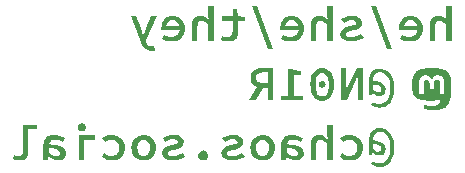
<source format=gbr>
%TF.GenerationSoftware,KiCad,Pcbnew,9.0.4*%
%TF.CreationDate,2025-11-23T20:37:17+01:00*%
%TF.ProjectId,Bina_Badge,42696e61-5f42-4616-9467-652e6b696361,rev?*%
%TF.SameCoordinates,Original*%
%TF.FileFunction,Legend,Bot*%
%TF.FilePolarity,Positive*%
%FSLAX46Y46*%
G04 Gerber Fmt 4.6, Leading zero omitted, Abs format (unit mm)*
G04 Created by KiCad (PCBNEW 9.0.4) date 2025-11-23 20:37:17*
%MOMM*%
%LPD*%
G01*
G04 APERTURE LIST*
%ADD10C,0.000000*%
%ADD11C,0.300000*%
G04 APERTURE END LIST*
D10*
G36*
X142406317Y-80102460D02*
G01*
X142397015Y-80281308D01*
X142381649Y-80457111D01*
X142358760Y-80628216D01*
X142326891Y-80792972D01*
X142284582Y-80949730D01*
X142230375Y-81096836D01*
X142198354Y-81166254D01*
X142162812Y-81232641D01*
X142123567Y-81295789D01*
X142080435Y-81355493D01*
X142033235Y-81411546D01*
X141981785Y-81463742D01*
X141925902Y-81511874D01*
X141865403Y-81555735D01*
X141800107Y-81595121D01*
X141729832Y-81629823D01*
X141654394Y-81659636D01*
X141573612Y-81684354D01*
X141513854Y-81699506D01*
X141455169Y-81713147D01*
X141341071Y-81736109D01*
X141231418Y-81753657D01*
X141126314Y-81766209D01*
X141025861Y-81774186D01*
X140930161Y-81778004D01*
X140839317Y-81778083D01*
X140753430Y-81774841D01*
X140679897Y-81769565D01*
X140610585Y-81762287D01*
X140545565Y-81753330D01*
X140484911Y-81743017D01*
X140428694Y-81731672D01*
X140376987Y-81719617D01*
X140329861Y-81707176D01*
X140287390Y-81694673D01*
X140216698Y-81670770D01*
X140165489Y-81650495D01*
X140123828Y-81631172D01*
X140137322Y-81338279D01*
X140187416Y-81352256D01*
X140245595Y-81366365D01*
X140281674Y-81374219D01*
X140321918Y-81382233D01*
X140365958Y-81390125D01*
X140413425Y-81397616D01*
X140463948Y-81404426D01*
X140517157Y-81410274D01*
X140572683Y-81414881D01*
X140630156Y-81417965D01*
X140689205Y-81419248D01*
X140749462Y-81418448D01*
X140869964Y-81412988D01*
X140929715Y-81408503D01*
X140988542Y-81402151D01*
X141045999Y-81393408D01*
X141101646Y-81381752D01*
X141155037Y-81366659D01*
X141205729Y-81347605D01*
X141229924Y-81336430D01*
X141253279Y-81324069D01*
X141275737Y-81310455D01*
X141297244Y-81295525D01*
X141317743Y-81279212D01*
X141337179Y-81261451D01*
X141355497Y-81242177D01*
X141372642Y-81221325D01*
X141388558Y-81198828D01*
X141403189Y-81174622D01*
X141416481Y-81148641D01*
X141428377Y-81120819D01*
X141438822Y-81091092D01*
X141447761Y-81059394D01*
X141455139Y-81025659D01*
X141460900Y-80989823D01*
X141462612Y-80976095D01*
X141464091Y-80962343D01*
X141465336Y-80948570D01*
X141466347Y-80934779D01*
X141467123Y-80920972D01*
X141467665Y-80907153D01*
X141467972Y-80893326D01*
X141468043Y-80879492D01*
X141341853Y-80907637D01*
X141218477Y-80930188D01*
X141098385Y-80947635D01*
X140982044Y-80960466D01*
X140869924Y-80969173D01*
X140762494Y-80974244D01*
X140660221Y-80976168D01*
X140563575Y-80975436D01*
X140389039Y-80967959D01*
X140242634Y-80955729D01*
X140049215Y-80932673D01*
X139966435Y-80920166D01*
X139885413Y-80902828D01*
X139806562Y-80881018D01*
X139730293Y-80855096D01*
X139657017Y-80825421D01*
X139587147Y-80792351D01*
X139521094Y-80756247D01*
X139459271Y-80717467D01*
X139402087Y-80676372D01*
X139349956Y-80633319D01*
X139303290Y-80588669D01*
X139262499Y-80542780D01*
X139227995Y-80496013D01*
X139200191Y-80448726D01*
X139188930Y-80425000D01*
X139179498Y-80401278D01*
X139171946Y-80377606D01*
X139166327Y-80354029D01*
X139152706Y-80278057D01*
X139140924Y-80199099D01*
X139122349Y-80036579D01*
X139109540Y-79875175D01*
X139101438Y-79723593D01*
X139100170Y-79675692D01*
X139687281Y-79675692D01*
X139687668Y-79788216D01*
X139689870Y-80054490D01*
X139691313Y-80383318D01*
X139691155Y-80383398D01*
X140061280Y-80383398D01*
X140061280Y-79476935D01*
X140062738Y-79441066D01*
X140066985Y-79407438D01*
X140073838Y-79376070D01*
X140083108Y-79346980D01*
X140094612Y-79320187D01*
X140108161Y-79295708D01*
X140123571Y-79273562D01*
X140140655Y-79253767D01*
X140159228Y-79236342D01*
X140179103Y-79221305D01*
X140200094Y-79208675D01*
X140222015Y-79198468D01*
X140244680Y-79190705D01*
X140267903Y-79185403D01*
X140291499Y-79182580D01*
X140315280Y-79182255D01*
X140339062Y-79184447D01*
X140362657Y-79189172D01*
X140385881Y-79196451D01*
X140408546Y-79206300D01*
X140430467Y-79218739D01*
X140451458Y-79233786D01*
X140471333Y-79251459D01*
X140489905Y-79271775D01*
X140506989Y-79294755D01*
X140522399Y-79320416D01*
X140535949Y-79348775D01*
X140547452Y-79379853D01*
X140556723Y-79413666D01*
X140563575Y-79450233D01*
X140567823Y-79489573D01*
X140569280Y-79531704D01*
X140569280Y-80027798D01*
X140937025Y-80027798D01*
X140937025Y-79531624D01*
X140938482Y-79489494D01*
X140942730Y-79450154D01*
X140949582Y-79413586D01*
X140958853Y-79379773D01*
X140970356Y-79348696D01*
X140983905Y-79320336D01*
X140999315Y-79294676D01*
X141016400Y-79271696D01*
X141034972Y-79251379D01*
X141054847Y-79233707D01*
X141075838Y-79218660D01*
X141097759Y-79206221D01*
X141120424Y-79196371D01*
X141143648Y-79189093D01*
X141167243Y-79184367D01*
X141191025Y-79182176D01*
X141214806Y-79182501D01*
X141238402Y-79185323D01*
X141261625Y-79190626D01*
X141284290Y-79198389D01*
X141306211Y-79208595D01*
X141327202Y-79221226D01*
X141347077Y-79236263D01*
X141365650Y-79253688D01*
X141382734Y-79273482D01*
X141398144Y-79295628D01*
X141411693Y-79320107D01*
X141423196Y-79346901D01*
X141432467Y-79375991D01*
X141439319Y-79407359D01*
X141443567Y-79440987D01*
X141445025Y-79476856D01*
X141445025Y-80383318D01*
X141815944Y-80383318D01*
X141819465Y-79787658D01*
X141819121Y-79574623D01*
X141813156Y-79406013D01*
X141807077Y-79335531D01*
X141798406Y-79272750D01*
X141786749Y-79216537D01*
X141771708Y-79165755D01*
X141752890Y-79119271D01*
X141729899Y-79075950D01*
X141702339Y-79034656D01*
X141669815Y-78994256D01*
X141649904Y-78973381D01*
X141628774Y-78953779D01*
X141606509Y-78935467D01*
X141583194Y-78918462D01*
X141558913Y-78902781D01*
X141533749Y-78888442D01*
X141507787Y-78875462D01*
X141481112Y-78863857D01*
X141453806Y-78853646D01*
X141425956Y-78844844D01*
X141397644Y-78837470D01*
X141368955Y-78831540D01*
X141339974Y-78827072D01*
X141310783Y-78824082D01*
X141281469Y-78822588D01*
X141252114Y-78822607D01*
X141222802Y-78824156D01*
X141193620Y-78827253D01*
X141164649Y-78831914D01*
X141135975Y-78838157D01*
X141107682Y-78845998D01*
X141079853Y-78855455D01*
X141052574Y-78866545D01*
X141025928Y-78879286D01*
X141000000Y-78893694D01*
X140974873Y-78909786D01*
X140950632Y-78927580D01*
X140927362Y-78947093D01*
X140905145Y-78968341D01*
X140884067Y-78991343D01*
X140864212Y-79016115D01*
X140845664Y-79042674D01*
X140753589Y-79197456D01*
X140661514Y-79042674D01*
X140642891Y-79015980D01*
X140622963Y-78991099D01*
X140601813Y-78968013D01*
X140579526Y-78946702D01*
X140556187Y-78927148D01*
X140531881Y-78909333D01*
X140506691Y-78893236D01*
X140480703Y-78878839D01*
X140454000Y-78866124D01*
X140426669Y-78855072D01*
X140398793Y-78845662D01*
X140370456Y-78837878D01*
X140341744Y-78831699D01*
X140312741Y-78827107D01*
X140283532Y-78824082D01*
X140254201Y-78822607D01*
X140224833Y-78822662D01*
X140195512Y-78824228D01*
X140166323Y-78827287D01*
X140137350Y-78831819D01*
X140108679Y-78837806D01*
X140080394Y-78845228D01*
X140052579Y-78854067D01*
X140025318Y-78864304D01*
X139998697Y-78875920D01*
X139972801Y-78888896D01*
X139947713Y-78903213D01*
X139923518Y-78918852D01*
X139900301Y-78935795D01*
X139878147Y-78954023D01*
X139857139Y-78973516D01*
X139837363Y-78994256D01*
X139820386Y-79014557D01*
X139804709Y-79034927D01*
X139790282Y-79055506D01*
X139777054Y-79076438D01*
X139764977Y-79097865D01*
X139754000Y-79119929D01*
X139744073Y-79142772D01*
X139735147Y-79166537D01*
X139727171Y-79191365D01*
X139720096Y-79217400D01*
X139713871Y-79244783D01*
X139708448Y-79273657D01*
X139703775Y-79304164D01*
X139699804Y-79336447D01*
X139693764Y-79406906D01*
X139689930Y-79486175D01*
X139687902Y-79575391D01*
X139687281Y-79675692D01*
X139100170Y-79675692D01*
X139095113Y-79484724D01*
X139094890Y-79389623D01*
X139096340Y-79318880D01*
X139100569Y-79251274D01*
X139107390Y-79186746D01*
X139116619Y-79125239D01*
X139128070Y-79066692D01*
X139141558Y-79011049D01*
X139156898Y-78958251D01*
X139173905Y-78908238D01*
X139192393Y-78860953D01*
X139212178Y-78816338D01*
X139233074Y-78774333D01*
X139254896Y-78734881D01*
X139300576Y-78663401D01*
X139347739Y-78601429D01*
X139394901Y-78548498D01*
X139440582Y-78504142D01*
X139483299Y-78467892D01*
X139521572Y-78439281D01*
X139578858Y-78403106D01*
X139600588Y-78391879D01*
X139702862Y-78351861D01*
X139821980Y-78317228D01*
X139955528Y-78287968D01*
X140101092Y-78264073D01*
X140256257Y-78245530D01*
X140418608Y-78232330D01*
X140585733Y-78224463D01*
X140755216Y-78221917D01*
X140924643Y-78224683D01*
X141091600Y-78232749D01*
X141253673Y-78246106D01*
X141408448Y-78264742D01*
X141553509Y-78288649D01*
X141686443Y-78317814D01*
X141804836Y-78352227D01*
X141906273Y-78391879D01*
X141928005Y-78403106D01*
X141952948Y-78417841D01*
X141985300Y-78439281D01*
X142023579Y-78467892D01*
X142066304Y-78504142D01*
X142088870Y-78525278D01*
X142111992Y-78548498D01*
X142135484Y-78573863D01*
X142159161Y-78601429D01*
X142182839Y-78631255D01*
X142206331Y-78663401D01*
X142229453Y-78697923D01*
X142252019Y-78734881D01*
X142273844Y-78774333D01*
X142294743Y-78816338D01*
X142314531Y-78860953D01*
X142333022Y-78908238D01*
X142350032Y-78958251D01*
X142365374Y-79011049D01*
X142378865Y-79066692D01*
X142390318Y-79125239D01*
X142399548Y-79186746D01*
X142406370Y-79251274D01*
X142410599Y-79318880D01*
X142412050Y-79389623D01*
X142412561Y-79742227D01*
X142411774Y-79787658D01*
X142406317Y-80102460D01*
G37*
D11*
G36*
X142455617Y-75905000D02*
G01*
X142455617Y-72939830D01*
X141968353Y-72939830D01*
X141968353Y-73704249D01*
X141997845Y-74145169D01*
X141985205Y-74145169D01*
X141840784Y-74012716D01*
X141672330Y-73897506D01*
X141549390Y-73839955D01*
X141412436Y-73804601D01*
X141258522Y-73792360D01*
X141081869Y-73807856D01*
X140939852Y-73850850D01*
X140825437Y-73918412D01*
X140733705Y-74010896D01*
X140664295Y-74122811D01*
X140611762Y-74259536D01*
X140577792Y-74426029D01*
X140565544Y-74628220D01*
X140565544Y-75905000D01*
X141052808Y-75905000D01*
X141052808Y-74691235D01*
X141064610Y-74527420D01*
X141095599Y-74409274D01*
X141141102Y-74325786D01*
X141208628Y-74263411D01*
X141304593Y-74223218D01*
X141439139Y-74208183D01*
X141583607Y-74226468D01*
X141708051Y-74279624D01*
X141825096Y-74364240D01*
X141968353Y-74497978D01*
X141968353Y-75905000D01*
X142455617Y-75905000D01*
G37*
G36*
X139140925Y-73806909D02*
G01*
X139313765Y-73850151D01*
X139480190Y-73922602D01*
X139631969Y-74021499D01*
X139763014Y-74144663D01*
X139874947Y-74294279D01*
X139957229Y-74461248D01*
X140008236Y-74652070D01*
X140026072Y-74871852D01*
X140008205Y-75094367D01*
X139957164Y-75287237D01*
X139874947Y-75455654D01*
X139762156Y-75605626D01*
X139627103Y-75728832D01*
X139467550Y-75827330D01*
X139292680Y-75897692D01*
X139103238Y-75940646D01*
X138896388Y-75955375D01*
X138673428Y-75937921D01*
X138461697Y-75886132D01*
X138262081Y-75806624D01*
X138090020Y-75711742D01*
X138253785Y-75409309D01*
X138393846Y-75481491D01*
X138530940Y-75535521D01*
X138673765Y-75569817D01*
X138833374Y-75581683D01*
X139019198Y-75564934D01*
X139176224Y-75517420D01*
X139310013Y-75440999D01*
X139418185Y-75334527D01*
X139496108Y-75195131D01*
X139543204Y-75014551D01*
X138027006Y-75014551D01*
X138012351Y-74907573D01*
X138005940Y-74770919D01*
X138012933Y-74670169D01*
X138434403Y-74670169D01*
X139530565Y-74670169D01*
X139484713Y-74512834D01*
X139415207Y-74389659D01*
X139322653Y-74294279D01*
X139209255Y-74223266D01*
X139085062Y-74180759D01*
X138946763Y-74166235D01*
X138803363Y-74181367D01*
X138687060Y-74223860D01*
X138591939Y-74292264D01*
X138518956Y-74384402D01*
X138465615Y-74507555D01*
X138434403Y-74670169D01*
X138012933Y-74670169D01*
X138018970Y-74583184D01*
X138056539Y-74415568D01*
X138117315Y-74264970D01*
X138202955Y-74128049D01*
X138310102Y-74013200D01*
X138440631Y-73918389D01*
X138587045Y-73850292D01*
X138758259Y-73807489D01*
X138959403Y-73792360D01*
X139140925Y-73806909D01*
G37*
G36*
X137403454Y-76576912D02*
G01*
X136021711Y-72922978D01*
X135605887Y-72922978D01*
X136987630Y-76576912D01*
X137403454Y-76576912D01*
G37*
G36*
X133974467Y-75955375D02*
G01*
X134165994Y-75944746D01*
X134350410Y-75913202D01*
X134528960Y-75860853D01*
X134781130Y-75754729D01*
X134986549Y-75636271D01*
X134776622Y-75329624D01*
X134584860Y-75438108D01*
X134377651Y-75520683D01*
X134157284Y-75572129D01*
X133911453Y-75589926D01*
X133769489Y-75580365D01*
X133666907Y-75555290D01*
X133594364Y-75518668D01*
X133535325Y-75465066D01*
X133502339Y-75407088D01*
X133491416Y-75342264D01*
X133502012Y-75279075D01*
X133533548Y-75224661D01*
X133588401Y-75179859D01*
X133699328Y-75128124D01*
X133838358Y-75084458D01*
X134062578Y-75031404D01*
X134334329Y-74960704D01*
X134530492Y-74880540D01*
X134667445Y-74794183D01*
X134776457Y-74681033D01*
X134839396Y-74554702D01*
X134860703Y-74409867D01*
X134845869Y-74279582D01*
X134802515Y-74164085D01*
X134729777Y-74059759D01*
X134623482Y-73964551D01*
X134502485Y-73893768D01*
X134354240Y-73839916D01*
X134173339Y-73804977D01*
X133953401Y-73792360D01*
X133703246Y-73813713D01*
X133472548Y-73876441D01*
X133259015Y-73968711D01*
X133092445Y-74065484D01*
X133315012Y-74363522D01*
X133471417Y-74277530D01*
X133638511Y-74212397D01*
X133813346Y-74171528D01*
X133995350Y-74157808D01*
X134132298Y-74166838D01*
X134226660Y-74190014D01*
X134289541Y-74223021D01*
X134356361Y-74297294D01*
X134377651Y-74384588D01*
X134364471Y-74449492D01*
X134324780Y-74503114D01*
X134251622Y-74548353D01*
X134104637Y-74599557D01*
X133840012Y-74665956D01*
X133529175Y-74747719D01*
X133329849Y-74827705D01*
X133216237Y-74895485D01*
X133134947Y-74964755D01*
X133079806Y-75035617D01*
X133027016Y-75161685D01*
X133008365Y-75316985D01*
X133023307Y-75442279D01*
X133067715Y-75557402D01*
X133143587Y-75665544D01*
X133256210Y-75768529D01*
X133382761Y-75844963D01*
X133540168Y-75903399D01*
X133734863Y-75941530D01*
X133974467Y-75955375D01*
G37*
G36*
X132384996Y-75905000D02*
G01*
X132384996Y-72939830D01*
X131897732Y-72939830D01*
X131897732Y-73704249D01*
X131927224Y-74145169D01*
X131914584Y-74145169D01*
X131770163Y-74012716D01*
X131601709Y-73897506D01*
X131478769Y-73839955D01*
X131341815Y-73804601D01*
X131187901Y-73792360D01*
X131011248Y-73807856D01*
X130869231Y-73850850D01*
X130754816Y-73918412D01*
X130663084Y-74010896D01*
X130593674Y-74122811D01*
X130541141Y-74259536D01*
X130507171Y-74426029D01*
X130494923Y-74628220D01*
X130494923Y-75905000D01*
X130982187Y-75905000D01*
X130982187Y-74691235D01*
X130993989Y-74527420D01*
X131024978Y-74409274D01*
X131070481Y-74325786D01*
X131138007Y-74263411D01*
X131233972Y-74223218D01*
X131368518Y-74208183D01*
X131512985Y-74226468D01*
X131637430Y-74279624D01*
X131754475Y-74364240D01*
X131897732Y-74497978D01*
X131897732Y-75905000D01*
X132384996Y-75905000D01*
G37*
G36*
X129070304Y-73806909D02*
G01*
X129243144Y-73850151D01*
X129409569Y-73922602D01*
X129561348Y-74021499D01*
X129692392Y-74144663D01*
X129804326Y-74294279D01*
X129886608Y-74461248D01*
X129937615Y-74652070D01*
X129955451Y-74871852D01*
X129937584Y-75094367D01*
X129886543Y-75287237D01*
X129804326Y-75455654D01*
X129691535Y-75605626D01*
X129556482Y-75728832D01*
X129396929Y-75827330D01*
X129222059Y-75897692D01*
X129032617Y-75940646D01*
X128825767Y-75955375D01*
X128602807Y-75937921D01*
X128391076Y-75886132D01*
X128191460Y-75806624D01*
X128019399Y-75711742D01*
X128183164Y-75409309D01*
X128323225Y-75481491D01*
X128460319Y-75535521D01*
X128603144Y-75569817D01*
X128762752Y-75581683D01*
X128948576Y-75564934D01*
X129105603Y-75517420D01*
X129239392Y-75440999D01*
X129347564Y-75334527D01*
X129425487Y-75195131D01*
X129472583Y-75014551D01*
X127956385Y-75014551D01*
X127941730Y-74907573D01*
X127935319Y-74770919D01*
X127942312Y-74670169D01*
X128363782Y-74670169D01*
X129459944Y-74670169D01*
X129414092Y-74512834D01*
X129344586Y-74389659D01*
X129252032Y-74294279D01*
X129138634Y-74223266D01*
X129014441Y-74180759D01*
X128876142Y-74166235D01*
X128732742Y-74181367D01*
X128616439Y-74223860D01*
X128521318Y-74292264D01*
X128448335Y-74384402D01*
X128394994Y-74507555D01*
X128363782Y-74670169D01*
X127942312Y-74670169D01*
X127948349Y-74583184D01*
X127985917Y-74415568D01*
X128046693Y-74264970D01*
X128132334Y-74128049D01*
X128239481Y-74013200D01*
X128370010Y-73918389D01*
X128516424Y-73850292D01*
X128687638Y-73807489D01*
X128888782Y-73792360D01*
X129070304Y-73806909D01*
G37*
G36*
X127332833Y-76576912D02*
G01*
X125951090Y-72922978D01*
X125535266Y-72922978D01*
X126917009Y-76576912D01*
X127332833Y-76576912D01*
G37*
G36*
X123534185Y-75955375D02*
G01*
X123742181Y-75941258D01*
X123905940Y-75902789D01*
X124034089Y-75844183D01*
X124146139Y-75759831D01*
X124233594Y-75657680D01*
X124298604Y-75535521D01*
X124341709Y-75401575D01*
X124368906Y-75248511D01*
X124378471Y-75073353D01*
X124378471Y-74225036D01*
X124928567Y-74225036D01*
X124928567Y-73863801D01*
X124357405Y-73842735D01*
X124294391Y-73195919D01*
X123895420Y-73195919D01*
X123895420Y-73842735D01*
X122954596Y-73842735D01*
X122954596Y-74225036D01*
X123895420Y-74225036D01*
X123895420Y-75073353D01*
X123881346Y-75241303D01*
X123844112Y-75362857D01*
X123788442Y-75449426D01*
X123708200Y-75511382D01*
X123589075Y-75553054D01*
X123416582Y-75569043D01*
X123289236Y-75563042D01*
X123177163Y-75545963D01*
X122967236Y-75484963D01*
X122874729Y-75837772D01*
X123173133Y-75919654D01*
X123338252Y-75945950D01*
X123534185Y-75955375D01*
G37*
G36*
X122314375Y-75905000D02*
G01*
X122314375Y-72939830D01*
X121827110Y-72939830D01*
X121827110Y-73704249D01*
X121856603Y-74145169D01*
X121843963Y-74145169D01*
X121699542Y-74012716D01*
X121531088Y-73897506D01*
X121408148Y-73839955D01*
X121271194Y-73804601D01*
X121117280Y-73792360D01*
X120940626Y-73807856D01*
X120798610Y-73850850D01*
X120684195Y-73918412D01*
X120592463Y-74010896D01*
X120523053Y-74122811D01*
X120470520Y-74259536D01*
X120436550Y-74426029D01*
X120424302Y-74628220D01*
X120424302Y-75905000D01*
X120911566Y-75905000D01*
X120911566Y-74691235D01*
X120923368Y-74527420D01*
X120954357Y-74409274D01*
X120999860Y-74325786D01*
X121067386Y-74263411D01*
X121163351Y-74223218D01*
X121297897Y-74208183D01*
X121442364Y-74226468D01*
X121566809Y-74279624D01*
X121683854Y-74364240D01*
X121827110Y-74497978D01*
X121827110Y-75905000D01*
X122314375Y-75905000D01*
G37*
G36*
X118999683Y-73806909D02*
G01*
X119172523Y-73850151D01*
X119338948Y-73922602D01*
X119490726Y-74021499D01*
X119621771Y-74144663D01*
X119733705Y-74294279D01*
X119815987Y-74461248D01*
X119866994Y-74652070D01*
X119884830Y-74871852D01*
X119866963Y-75094367D01*
X119815921Y-75287237D01*
X119733705Y-75455654D01*
X119620914Y-75605626D01*
X119485861Y-75728832D01*
X119326308Y-75827330D01*
X119151438Y-75897692D01*
X118961996Y-75940646D01*
X118755146Y-75955375D01*
X118532186Y-75937921D01*
X118320455Y-75886132D01*
X118120839Y-75806624D01*
X117948778Y-75711742D01*
X118112543Y-75409309D01*
X118252604Y-75481491D01*
X118389698Y-75535521D01*
X118532523Y-75569817D01*
X118692131Y-75581683D01*
X118877955Y-75564934D01*
X119034982Y-75517420D01*
X119168771Y-75440999D01*
X119276943Y-75334527D01*
X119354866Y-75195131D01*
X119401962Y-75014551D01*
X117885764Y-75014551D01*
X117871109Y-74907573D01*
X117864698Y-74770919D01*
X117871691Y-74670169D01*
X118293161Y-74670169D01*
X119389323Y-74670169D01*
X119343471Y-74512834D01*
X119273965Y-74389659D01*
X119181411Y-74294279D01*
X119068013Y-74223266D01*
X118943820Y-74180759D01*
X118805521Y-74166235D01*
X118662121Y-74181367D01*
X118545818Y-74223860D01*
X118450697Y-74292264D01*
X118377713Y-74384402D01*
X118324372Y-74507555D01*
X118293161Y-74670169D01*
X117871691Y-74670169D01*
X117877728Y-74583184D01*
X117915296Y-74415568D01*
X117976072Y-74264970D01*
X118061713Y-74128049D01*
X118168860Y-74013200D01*
X118299389Y-73918389D01*
X118445803Y-73850292D01*
X118617017Y-73807489D01*
X118818161Y-73792360D01*
X118999683Y-73806909D01*
G37*
G36*
X117048072Y-76753316D02*
G01*
X117205608Y-76740676D01*
X117342079Y-76711367D01*
X117249572Y-76333463D01*
X117163660Y-76354345D01*
X117077381Y-76362772D01*
X116949293Y-76350728D01*
X116846062Y-76317185D01*
X116762491Y-76264036D01*
X116659533Y-76152643D01*
X116581873Y-76009963D01*
X116531498Y-75879720D01*
X117455469Y-73842735D01*
X116972418Y-73842735D01*
X116548168Y-74855000D01*
X116432763Y-75149007D01*
X116321388Y-75459867D01*
X116304719Y-75459867D01*
X116203785Y-75155418D01*
X116098822Y-74855000D01*
X115725130Y-73842735D01*
X115267175Y-73842735D01*
X116128314Y-75997323D01*
X116228223Y-76222322D01*
X116341177Y-76404390D01*
X116466285Y-76549617D01*
X116575752Y-76635728D01*
X116706206Y-76699001D01*
X116861829Y-76739053D01*
X117048072Y-76753316D01*
G37*
G36*
X136573771Y-78276895D02*
G01*
X136781846Y-78335564D01*
X136977189Y-78433389D01*
X137149051Y-78567338D01*
X137299379Y-78744218D01*
X137428733Y-78971029D01*
X137498332Y-79151237D01*
X137551025Y-79360926D01*
X137584745Y-79604435D01*
X137596711Y-79886573D01*
X137584299Y-80167879D01*
X137549141Y-80413163D01*
X137493850Y-80626804D01*
X137420307Y-80812742D01*
X137285584Y-81046868D01*
X137131048Y-81230734D01*
X136956306Y-81371264D01*
X136757836Y-81475771D01*
X136552457Y-81537452D01*
X136336601Y-81558110D01*
X136124964Y-81541748D01*
X135941844Y-81495095D01*
X135768726Y-81422260D01*
X135597461Y-81327117D01*
X135748770Y-81079455D01*
X135870575Y-81150753D01*
X136000828Y-81205301D01*
X136142307Y-81239255D01*
X136319931Y-81251646D01*
X136482983Y-81234706D01*
X136636600Y-81184180D01*
X136783932Y-81098323D01*
X136911772Y-80984426D01*
X137025283Y-80835294D01*
X137124284Y-80644764D01*
X137192524Y-80440469D01*
X137236537Y-80195780D01*
X137252329Y-79903426D01*
X137236155Y-79593547D01*
X137191790Y-79342770D01*
X137124284Y-79141205D01*
X137025553Y-78953095D01*
X136914818Y-78809156D01*
X136792358Y-78702301D01*
X136651371Y-78621528D01*
X136510184Y-78574816D01*
X136366093Y-78559419D01*
X136231719Y-78570682D01*
X136121268Y-78602175D01*
X136030137Y-78651926D01*
X135916868Y-78758239D01*
X135836880Y-78893360D01*
X135790047Y-79048127D01*
X135773866Y-79223087D01*
X135773866Y-79285919D01*
X136110765Y-79344337D01*
X136370708Y-79421486D01*
X136567777Y-79512882D01*
X136694759Y-79606959D01*
X136782063Y-79717760D01*
X136834896Y-79848209D01*
X136853358Y-80004176D01*
X136835158Y-80165891D01*
X136783230Y-80301130D01*
X136698019Y-80415786D01*
X136586073Y-80504632D01*
X136460202Y-80557290D01*
X136315718Y-80575338D01*
X136154269Y-80554654D01*
X136009071Y-80493456D01*
X135882274Y-80402093D01*
X135786505Y-80298183D01*
X135769652Y-80298183D01*
X135731917Y-80524963D01*
X135463005Y-80524963D01*
X135463005Y-80041912D01*
X135820027Y-80041912D01*
X135916037Y-80130205D01*
X136011270Y-80195418D01*
X136111888Y-80238285D01*
X136210755Y-80252021D01*
X136330042Y-80233554D01*
X136414453Y-80182779D01*
X136468812Y-80103152D01*
X136487909Y-79995750D01*
X136471145Y-79892004D01*
X136422122Y-79806068D01*
X136336784Y-79733250D01*
X136230441Y-79681562D01*
X136064777Y-79630886D01*
X135820027Y-79584139D01*
X135820027Y-80041912D01*
X135463005Y-80041912D01*
X135463005Y-79273463D01*
X135474093Y-79082089D01*
X135506055Y-78910016D01*
X135557527Y-78754691D01*
X135632634Y-78611214D01*
X135728869Y-78491015D01*
X135847505Y-78391441D01*
X135983813Y-78319178D01*
X136148819Y-78273371D01*
X136349241Y-78256985D01*
X136573771Y-78276895D01*
G37*
G36*
X134936174Y-80945000D02*
G01*
X134936174Y-78198183D01*
X134423813Y-78198183D01*
X133697313Y-79739661D01*
X133449467Y-80327676D01*
X133436828Y-80327676D01*
X133478960Y-79869904D01*
X133497902Y-79623960D01*
X133504056Y-79391065D01*
X133504056Y-78198183D01*
X133037857Y-78198183D01*
X133037857Y-80945000D01*
X133550218Y-80945000D01*
X134276901Y-79399309D01*
X134524563Y-78815690D01*
X134537203Y-78815690D01*
X134495254Y-79273463D01*
X134476231Y-79511965D01*
X134469975Y-79743874D01*
X134469975Y-80945000D01*
X134936174Y-80945000D01*
G37*
G36*
X131579196Y-79301863D02*
G01*
X131673150Y-79361756D01*
X131720118Y-79419931D01*
X131748992Y-79491347D01*
X131759246Y-79579926D01*
X131748992Y-79668634D01*
X131720115Y-79740173D01*
X131673150Y-79798463D01*
X131579210Y-79858213D01*
X131469452Y-79878147D01*
X131356436Y-79857962D01*
X131263738Y-79798463D01*
X131217960Y-79740326D01*
X131189710Y-79668789D01*
X131179658Y-79579926D01*
X131189709Y-79491191D01*
X131217958Y-79419777D01*
X131263738Y-79361756D01*
X131356451Y-79302115D01*
X131469452Y-79281889D01*
X131579196Y-79301863D01*
G37*
G36*
X131649283Y-78238142D02*
G01*
X131808463Y-78280475D01*
X131950646Y-78349353D01*
X132078586Y-78445629D01*
X132193937Y-78572058D01*
X132302711Y-78750142D01*
X132386136Y-78973533D01*
X132440759Y-79251915D01*
X132460650Y-79596779D01*
X132441020Y-79938715D01*
X132386776Y-80218667D01*
X132303359Y-80446905D01*
X132193937Y-80632124D01*
X132077814Y-80764601D01*
X131949440Y-80864958D01*
X131807248Y-80936432D01*
X131648492Y-80980219D01*
X131469452Y-80995375D01*
X131290327Y-80980214D01*
X131131534Y-80936420D01*
X130989348Y-80864941D01*
X130861016Y-80764587D01*
X130744966Y-80632124D01*
X130635544Y-80446905D01*
X130552127Y-80218667D01*
X130497883Y-79938715D01*
X130478253Y-79596779D01*
X130914959Y-79596779D01*
X130927662Y-79882014D01*
X130961505Y-80099221D01*
X131011069Y-80261507D01*
X131072496Y-80380249D01*
X131160910Y-80488508D01*
X131255190Y-80560926D01*
X131356958Y-80603206D01*
X131469452Y-80617470D01*
X131581850Y-80603210D01*
X131683557Y-80560938D01*
X131777809Y-80488521D01*
X131866224Y-80380249D01*
X131927651Y-80261507D01*
X131977216Y-80099221D01*
X132011058Y-79882014D01*
X132023761Y-79596779D01*
X132014474Y-79352091D01*
X131989473Y-79160556D01*
X131952503Y-79012978D01*
X131894725Y-78872961D01*
X131828596Y-78770475D01*
X131755033Y-78698087D01*
X131666996Y-78644217D01*
X131572554Y-78612214D01*
X131469452Y-78601367D01*
X131366233Y-78612222D01*
X131271795Y-78644231D01*
X131183871Y-78698087D01*
X131110307Y-78770475D01*
X131044178Y-78872961D01*
X130986400Y-79012978D01*
X130949334Y-79160564D01*
X130924269Y-79352098D01*
X130914959Y-79596779D01*
X130478253Y-79596779D01*
X130498145Y-79251915D01*
X130552768Y-78973533D01*
X130636192Y-78750142D01*
X130744966Y-78572058D01*
X130860244Y-78445643D01*
X130988142Y-78349370D01*
X131130320Y-78280488D01*
X131289535Y-78238146D01*
X131469452Y-78223463D01*
X131649283Y-78238142D01*
G37*
G36*
X129842062Y-80945000D02*
G01*
X129842062Y-80550242D01*
X129098709Y-80550242D01*
X129098709Y-78794624D01*
X129690936Y-78794624D01*
X129690936Y-78492191D01*
X129450411Y-78449041D01*
X129275113Y-78404080D01*
X129115709Y-78345875D01*
X128968466Y-78273838D01*
X128615657Y-78273838D01*
X128615657Y-80550242D01*
X127960598Y-80550242D01*
X127960598Y-80945000D01*
X129842062Y-80945000D01*
G37*
G36*
X127341259Y-80945000D02*
G01*
X126853995Y-80945000D01*
X126853995Y-79869720D01*
X126442384Y-79869720D01*
X125854553Y-80945000D01*
X125304274Y-80945000D01*
X125959516Y-79798463D01*
X125803299Y-79728947D01*
X125672053Y-79636166D01*
X125562561Y-79519110D01*
X125482139Y-79381703D01*
X125431516Y-79215378D01*
X125413450Y-79012978D01*
X125892288Y-79012978D01*
X125910242Y-79159896D01*
X125960273Y-79274228D01*
X126041399Y-79363771D01*
X126147484Y-79426664D01*
X126288961Y-79468033D01*
X126476090Y-79483389D01*
X126853995Y-79483389D01*
X126853995Y-78588728D01*
X126476090Y-78588728D01*
X126286878Y-78601163D01*
X126145472Y-78634240D01*
X126041399Y-78683250D01*
X125961396Y-78757931D01*
X125910980Y-78864062D01*
X125892288Y-79012978D01*
X125413450Y-79012978D01*
X125430199Y-78812496D01*
X125476278Y-78653663D01*
X125547906Y-78527911D01*
X125646919Y-78421195D01*
X125766920Y-78336788D01*
X125911156Y-78273838D01*
X126148816Y-78217910D01*
X126425715Y-78198183D01*
X127341259Y-78198183D01*
X127341259Y-80945000D01*
G37*
G36*
X136573771Y-83316895D02*
G01*
X136781846Y-83375564D01*
X136977189Y-83473389D01*
X137149051Y-83607338D01*
X137299379Y-83784218D01*
X137428733Y-84011029D01*
X137498332Y-84191237D01*
X137551025Y-84400926D01*
X137584745Y-84644435D01*
X137596711Y-84926573D01*
X137584299Y-85207879D01*
X137549141Y-85453163D01*
X137493850Y-85666804D01*
X137420307Y-85852742D01*
X137285584Y-86086868D01*
X137131048Y-86270734D01*
X136956306Y-86411264D01*
X136757836Y-86515771D01*
X136552457Y-86577452D01*
X136336601Y-86598110D01*
X136124964Y-86581748D01*
X135941844Y-86535095D01*
X135768726Y-86462260D01*
X135597461Y-86367117D01*
X135748770Y-86119455D01*
X135870575Y-86190753D01*
X136000828Y-86245301D01*
X136142307Y-86279255D01*
X136319931Y-86291646D01*
X136482983Y-86274706D01*
X136636600Y-86224180D01*
X136783932Y-86138323D01*
X136911772Y-86024426D01*
X137025283Y-85875294D01*
X137124284Y-85684764D01*
X137192524Y-85480469D01*
X137236537Y-85235780D01*
X137252329Y-84943426D01*
X137236155Y-84633547D01*
X137191790Y-84382770D01*
X137124284Y-84181205D01*
X137025553Y-83993095D01*
X136914818Y-83849156D01*
X136792358Y-83742301D01*
X136651371Y-83661528D01*
X136510184Y-83614816D01*
X136366093Y-83599419D01*
X136231719Y-83610682D01*
X136121268Y-83642175D01*
X136030137Y-83691926D01*
X135916868Y-83798239D01*
X135836880Y-83933360D01*
X135790047Y-84088127D01*
X135773866Y-84263087D01*
X135773866Y-84325919D01*
X136110765Y-84384337D01*
X136370708Y-84461486D01*
X136567777Y-84552882D01*
X136694759Y-84646959D01*
X136782063Y-84757760D01*
X136834896Y-84888209D01*
X136853358Y-85044176D01*
X136835158Y-85205891D01*
X136783230Y-85341130D01*
X136698019Y-85455786D01*
X136586073Y-85544632D01*
X136460202Y-85597290D01*
X136315718Y-85615338D01*
X136154269Y-85594654D01*
X136009071Y-85533456D01*
X135882274Y-85442093D01*
X135786505Y-85338183D01*
X135769652Y-85338183D01*
X135731917Y-85564963D01*
X135463005Y-85564963D01*
X135463005Y-85081912D01*
X135820027Y-85081912D01*
X135916037Y-85170205D01*
X136011270Y-85235418D01*
X136111888Y-85278285D01*
X136210755Y-85292021D01*
X136330042Y-85273554D01*
X136414453Y-85222779D01*
X136468812Y-85143152D01*
X136487909Y-85035750D01*
X136471145Y-84932004D01*
X136422122Y-84846068D01*
X136336784Y-84773250D01*
X136230441Y-84721562D01*
X136064777Y-84670886D01*
X135820027Y-84624139D01*
X135820027Y-85081912D01*
X135463005Y-85081912D01*
X135463005Y-84313463D01*
X135474093Y-84122089D01*
X135506055Y-83950016D01*
X135557527Y-83794691D01*
X135632634Y-83651214D01*
X135728869Y-83531015D01*
X135847505Y-83431441D01*
X135983813Y-83359178D01*
X136148819Y-83313371D01*
X136349241Y-83296985D01*
X136573771Y-83316895D01*
G37*
G36*
X133802276Y-86035375D02*
G01*
X134014778Y-86020549D01*
X134207621Y-85977498D01*
X134383879Y-85907330D01*
X134544740Y-85808770D01*
X134679713Y-85686237D01*
X134791277Y-85537852D01*
X134872283Y-85370840D01*
X134922701Y-85178682D01*
X134940387Y-84956065D01*
X134921274Y-84731348D01*
X134866748Y-84537993D01*
X134778820Y-84370249D01*
X134659362Y-84221829D01*
X134517340Y-84099169D01*
X134350357Y-84000587D01*
X134168759Y-83929830D01*
X133975642Y-83886952D01*
X133768571Y-83872360D01*
X133605166Y-83882240D01*
X133458982Y-83910678D01*
X133327651Y-83956441D01*
X133146773Y-84051972D01*
X133004152Y-84162154D01*
X133235144Y-84464588D01*
X133405448Y-84351997D01*
X133573554Y-84287998D01*
X133743475Y-84267117D01*
X133894365Y-84279714D01*
X134026180Y-84315862D01*
X134142345Y-84374442D01*
X134245394Y-84456161D01*
X134329663Y-84556561D01*
X134390128Y-84671303D01*
X134427562Y-84803185D01*
X134440666Y-84956065D01*
X134427982Y-85106954D01*
X134391717Y-85237551D01*
X134333148Y-85351525D01*
X134251622Y-85451573D01*
X134151574Y-85533099D01*
X134037600Y-85591668D01*
X133907003Y-85627933D01*
X133756114Y-85640617D01*
X133585342Y-85623446D01*
X133432798Y-85573389D01*
X133291807Y-85499122D01*
X133168100Y-85413838D01*
X132966416Y-85724515D01*
X133156835Y-85861084D01*
X133363372Y-85957705D01*
X133582121Y-86016108D01*
X133802276Y-86035375D01*
G37*
G36*
X132384996Y-85985000D02*
G01*
X132384996Y-83019830D01*
X131897732Y-83019830D01*
X131897732Y-83784249D01*
X131927224Y-84225169D01*
X131914584Y-84225169D01*
X131770163Y-84092716D01*
X131601709Y-83977506D01*
X131478769Y-83919955D01*
X131341815Y-83884601D01*
X131187901Y-83872360D01*
X131011248Y-83887856D01*
X130869231Y-83930850D01*
X130754816Y-83998412D01*
X130663084Y-84090896D01*
X130593674Y-84202811D01*
X130541141Y-84339536D01*
X130507171Y-84506029D01*
X130494923Y-84708220D01*
X130494923Y-85985000D01*
X130982187Y-85985000D01*
X130982187Y-84771235D01*
X130993989Y-84607420D01*
X131024978Y-84489274D01*
X131070481Y-84405786D01*
X131138007Y-84343411D01*
X131233972Y-84303218D01*
X131368518Y-84288183D01*
X131512985Y-84306468D01*
X131637430Y-84359624D01*
X131754475Y-84444240D01*
X131897732Y-84577978D01*
X131897732Y-85985000D01*
X132384996Y-85985000D01*
G37*
G36*
X129153226Y-83894500D02*
G01*
X129403340Y-83960654D01*
X129639261Y-84056571D01*
X129833635Y-84157941D01*
X129657414Y-84481441D01*
X129494732Y-84399040D01*
X129325488Y-84328117D01*
X129151901Y-84279082D01*
X128981106Y-84263087D01*
X128816922Y-84278207D01*
X128699017Y-84318256D01*
X128615657Y-84378675D01*
X128551619Y-84461349D01*
X128509811Y-84556199D01*
X128489811Y-84666271D01*
X128888744Y-84707693D01*
X129192468Y-84763531D01*
X129418324Y-84829305D01*
X129581760Y-84901477D01*
X129731259Y-85006153D01*
X129832385Y-85126919D01*
X129892659Y-85266417D01*
X129913503Y-85430690D01*
X129900921Y-85561325D01*
X129864614Y-85675628D01*
X129805048Y-85776912D01*
X129720429Y-85867397D01*
X129583069Y-85958944D01*
X129420107Y-86015450D01*
X129224738Y-86035375D01*
X129018474Y-86013029D01*
X128815326Y-85945066D01*
X128623342Y-85845058D01*
X128451892Y-85728728D01*
X128439253Y-85728728D01*
X128401517Y-85985000D01*
X128006760Y-85985000D01*
X128006760Y-85405411D01*
X128489811Y-85405411D01*
X128635337Y-85509255D01*
X128777407Y-85588227D01*
X128925524Y-85640299D01*
X129077643Y-85657470D01*
X129224799Y-85640808D01*
X129340326Y-85594455D01*
X129399299Y-85544605D01*
X129434678Y-85479122D01*
X129447304Y-85392772D01*
X129426174Y-85287123D01*
X129361209Y-85193286D01*
X129255674Y-85120038D01*
X129067201Y-85050587D01*
X128838682Y-85004555D01*
X128489811Y-84968522D01*
X128489811Y-85405411D01*
X128006760Y-85405411D01*
X128006760Y-84762808D01*
X128023049Y-84546506D01*
X128068460Y-84368546D01*
X128139615Y-84221950D01*
X128235737Y-84101338D01*
X128356381Y-84005045D01*
X128502403Y-83933902D01*
X128679015Y-83888588D01*
X128892995Y-83872360D01*
X129153226Y-83894500D01*
G37*
G36*
X126610078Y-83886651D02*
G01*
X126778050Y-83929187D01*
X126940273Y-84000587D01*
X127087663Y-84097975D01*
X127215278Y-84220373D01*
X127324590Y-84370249D01*
X127404205Y-84537059D01*
X127453979Y-84730475D01*
X127471502Y-84956065D01*
X127454056Y-85178809D01*
X127404352Y-85370977D01*
X127324590Y-85537852D01*
X127215289Y-85687613D01*
X127087675Y-85809953D01*
X126940273Y-85907330D01*
X126778060Y-85978626D01*
X126610086Y-86021102D01*
X126434141Y-86035375D01*
X126255325Y-86020992D01*
X126086666Y-85978410D01*
X125925811Y-85907330D01*
X125779689Y-85810070D01*
X125652780Y-85687748D01*
X125543693Y-85537852D01*
X125463827Y-85370966D01*
X125414064Y-85178799D01*
X125396598Y-84956065D01*
X125896502Y-84956065D01*
X125913940Y-85155863D01*
X125962574Y-85318570D01*
X126039384Y-85451573D01*
X126117686Y-85534378D01*
X126207788Y-85592569D01*
X126312029Y-85628179D01*
X126434141Y-85640617D01*
X126556155Y-85628185D01*
X126660371Y-85592585D01*
X126750509Y-85534393D01*
X126828899Y-85451573D01*
X126905604Y-85318584D01*
X126954179Y-85155876D01*
X126971598Y-84956065D01*
X126954094Y-84753262D01*
X126905440Y-84589216D01*
X126828899Y-84456161D01*
X126750509Y-84373341D01*
X126660371Y-84315150D01*
X126556155Y-84279549D01*
X126434141Y-84267117D01*
X126312029Y-84279555D01*
X126207788Y-84315165D01*
X126117686Y-84373357D01*
X126039384Y-84456161D01*
X125962738Y-84589230D01*
X125914025Y-84753275D01*
X125896502Y-84956065D01*
X125396598Y-84956065D01*
X125414140Y-84730486D01*
X125463974Y-84537070D01*
X125543693Y-84370249D01*
X125652791Y-84220237D01*
X125779701Y-84097858D01*
X125925811Y-84000587D01*
X126086675Y-83929403D01*
X126255333Y-83886762D01*
X126434141Y-83872360D01*
X126610078Y-83886651D01*
G37*
G36*
X123903846Y-86035375D02*
G01*
X124095373Y-86024746D01*
X124279789Y-85993202D01*
X124458339Y-85940853D01*
X124710509Y-85834729D01*
X124915928Y-85716271D01*
X124706001Y-85409624D01*
X124514238Y-85518108D01*
X124307030Y-85600683D01*
X124086663Y-85652129D01*
X123840832Y-85669926D01*
X123698868Y-85660365D01*
X123596286Y-85635290D01*
X123523743Y-85598668D01*
X123464704Y-85545066D01*
X123431718Y-85487088D01*
X123420795Y-85422264D01*
X123431391Y-85359075D01*
X123462927Y-85304661D01*
X123517780Y-85259859D01*
X123628707Y-85208124D01*
X123767737Y-85164458D01*
X123991957Y-85111404D01*
X124263707Y-85040704D01*
X124459871Y-84960540D01*
X124596824Y-84874183D01*
X124705836Y-84761033D01*
X124768775Y-84634702D01*
X124790081Y-84489867D01*
X124775248Y-84359582D01*
X124731894Y-84244085D01*
X124659156Y-84139759D01*
X124552861Y-84044551D01*
X124431864Y-83973768D01*
X124283619Y-83919916D01*
X124102718Y-83884977D01*
X123882780Y-83872360D01*
X123632625Y-83893713D01*
X123401927Y-83956441D01*
X123188394Y-84048711D01*
X123021824Y-84145484D01*
X123244391Y-84443522D01*
X123400796Y-84357530D01*
X123567890Y-84292397D01*
X123742725Y-84251528D01*
X123924729Y-84237808D01*
X124061676Y-84246838D01*
X124156039Y-84270014D01*
X124218920Y-84303021D01*
X124285740Y-84377294D01*
X124307030Y-84464588D01*
X124293850Y-84529492D01*
X124254159Y-84583114D01*
X124181001Y-84628353D01*
X124034016Y-84679557D01*
X123769391Y-84745956D01*
X123458554Y-84827719D01*
X123259228Y-84907705D01*
X123145616Y-84975485D01*
X123064326Y-85044755D01*
X123009185Y-85115617D01*
X122956395Y-85241685D01*
X122937744Y-85396985D01*
X122952686Y-85522279D01*
X122997094Y-85637402D01*
X123072966Y-85745544D01*
X123185589Y-85848529D01*
X123312140Y-85924963D01*
X123469547Y-85983399D01*
X123664242Y-86021530D01*
X123903846Y-86035375D01*
G37*
G36*
X121398831Y-86035375D02*
G01*
X121514064Y-86021371D01*
X121612118Y-85980958D01*
X121697051Y-85913558D01*
X121761986Y-85826351D01*
X121800986Y-85726788D01*
X121814471Y-85611125D01*
X121800838Y-85492840D01*
X121761710Y-85392797D01*
X121697051Y-85306859D01*
X121612265Y-85240659D01*
X121514205Y-85200866D01*
X121398831Y-85187058D01*
X121283456Y-85200866D01*
X121185397Y-85240659D01*
X121100610Y-85306859D01*
X121035843Y-85392810D01*
X120996658Y-85492853D01*
X120983007Y-85611125D01*
X120996510Y-85726776D01*
X121035566Y-85826338D01*
X121100610Y-85913558D01*
X121185543Y-85980958D01*
X121283597Y-86021371D01*
X121398831Y-86035375D01*
G37*
G36*
X118868536Y-86035375D02*
G01*
X119060063Y-86024746D01*
X119244479Y-85993202D01*
X119423028Y-85940853D01*
X119675199Y-85834729D01*
X119880617Y-85716271D01*
X119670690Y-85409624D01*
X119478928Y-85518108D01*
X119271720Y-85600683D01*
X119051352Y-85652129D01*
X118805521Y-85669926D01*
X118663557Y-85660365D01*
X118560976Y-85635290D01*
X118488433Y-85598668D01*
X118429394Y-85545066D01*
X118396408Y-85487088D01*
X118385484Y-85422264D01*
X118396080Y-85359075D01*
X118427616Y-85304661D01*
X118482469Y-85259859D01*
X118593396Y-85208124D01*
X118732426Y-85164458D01*
X118956646Y-85111404D01*
X119228397Y-85040704D01*
X119424561Y-84960540D01*
X119561514Y-84874183D01*
X119670525Y-84761033D01*
X119733464Y-84634702D01*
X119754771Y-84489867D01*
X119739937Y-84359582D01*
X119696583Y-84244085D01*
X119623845Y-84139759D01*
X119517550Y-84044551D01*
X119396553Y-83973768D01*
X119248308Y-83919916D01*
X119067407Y-83884977D01*
X118847470Y-83872360D01*
X118597315Y-83893713D01*
X118366617Y-83956441D01*
X118153084Y-84048711D01*
X117986514Y-84145484D01*
X118209080Y-84443522D01*
X118365485Y-84357530D01*
X118532580Y-84292397D01*
X118707414Y-84251528D01*
X118889419Y-84237808D01*
X119026366Y-84246838D01*
X119120728Y-84270014D01*
X119183609Y-84303021D01*
X119250429Y-84377294D01*
X119271720Y-84464588D01*
X119258540Y-84529492D01*
X119218849Y-84583114D01*
X119145690Y-84628353D01*
X118998705Y-84679557D01*
X118734080Y-84745956D01*
X118423243Y-84827719D01*
X118223918Y-84907705D01*
X118110305Y-84975485D01*
X118029015Y-85044755D01*
X117973874Y-85115617D01*
X117921084Y-85241685D01*
X117902433Y-85396985D01*
X117917376Y-85522279D01*
X117961783Y-85637402D01*
X118037656Y-85745544D01*
X118150279Y-85848529D01*
X118276829Y-85924963D01*
X118434236Y-85983399D01*
X118628932Y-86021530D01*
X118868536Y-86035375D01*
G37*
G36*
X116539457Y-83886651D02*
G01*
X116707429Y-83929187D01*
X116869652Y-84000587D01*
X117017042Y-84097975D01*
X117144657Y-84220373D01*
X117253968Y-84370249D01*
X117333584Y-84537059D01*
X117383358Y-84730475D01*
X117400881Y-84956065D01*
X117383434Y-85178809D01*
X117333731Y-85370977D01*
X117253968Y-85537852D01*
X117144668Y-85687613D01*
X117017054Y-85809953D01*
X116869652Y-85907330D01*
X116707438Y-85978626D01*
X116539465Y-86021102D01*
X116363520Y-86035375D01*
X116184704Y-86020992D01*
X116016045Y-85978410D01*
X115855190Y-85907330D01*
X115709068Y-85810070D01*
X115582159Y-85687748D01*
X115473072Y-85537852D01*
X115393205Y-85370966D01*
X115343443Y-85178799D01*
X115325976Y-84956065D01*
X115825881Y-84956065D01*
X115843319Y-85155863D01*
X115891953Y-85318570D01*
X115968763Y-85451573D01*
X116047064Y-85534378D01*
X116137167Y-85592569D01*
X116241408Y-85628179D01*
X116363520Y-85640617D01*
X116485534Y-85628185D01*
X116589750Y-85592585D01*
X116679888Y-85534393D01*
X116758278Y-85451573D01*
X116834983Y-85318584D01*
X116883558Y-85155876D01*
X116900976Y-84956065D01*
X116883473Y-84753262D01*
X116834819Y-84589216D01*
X116758278Y-84456161D01*
X116679888Y-84373341D01*
X116589750Y-84315150D01*
X116485534Y-84279549D01*
X116363520Y-84267117D01*
X116241408Y-84279555D01*
X116137167Y-84315165D01*
X116047064Y-84373357D01*
X115968763Y-84456161D01*
X115892117Y-84589230D01*
X115843404Y-84753275D01*
X115825881Y-84956065D01*
X115325976Y-84956065D01*
X115343519Y-84730486D01*
X115393353Y-84537070D01*
X115473072Y-84370249D01*
X115582170Y-84220237D01*
X115709080Y-84097858D01*
X115855190Y-84000587D01*
X116016054Y-83929403D01*
X116184712Y-83886762D01*
X116363520Y-83872360D01*
X116539457Y-83886651D01*
G37*
G36*
X113661034Y-86035375D02*
G01*
X113873536Y-86020549D01*
X114066379Y-85977498D01*
X114242637Y-85907330D01*
X114403498Y-85808770D01*
X114538471Y-85686237D01*
X114650034Y-85537852D01*
X114731041Y-85370840D01*
X114781459Y-85178682D01*
X114799145Y-84956065D01*
X114780032Y-84731348D01*
X114725506Y-84537993D01*
X114637578Y-84370249D01*
X114518120Y-84221829D01*
X114376098Y-84099169D01*
X114209115Y-84000587D01*
X114027517Y-83929830D01*
X113834400Y-83886952D01*
X113627329Y-83872360D01*
X113463924Y-83882240D01*
X113317740Y-83910678D01*
X113186409Y-83956441D01*
X113005531Y-84051972D01*
X112862909Y-84162154D01*
X113093902Y-84464588D01*
X113264206Y-84351997D01*
X113432312Y-84287998D01*
X113602233Y-84267117D01*
X113753123Y-84279714D01*
X113884938Y-84315862D01*
X114001103Y-84374442D01*
X114104152Y-84456161D01*
X114188421Y-84556561D01*
X114248885Y-84671303D01*
X114286320Y-84803185D01*
X114299424Y-84956065D01*
X114286740Y-85106954D01*
X114250475Y-85237551D01*
X114191905Y-85351525D01*
X114110380Y-85451573D01*
X114010331Y-85533099D01*
X113896357Y-85591668D01*
X113765761Y-85627933D01*
X113614872Y-85640617D01*
X113444099Y-85623446D01*
X113291556Y-85573389D01*
X113150565Y-85499122D01*
X113026857Y-85413838D01*
X112825174Y-85724515D01*
X113015593Y-85861084D01*
X113222130Y-85957705D01*
X113440879Y-86016108D01*
X113661034Y-86035375D01*
G37*
G36*
X111340666Y-85985000D02*
G01*
X111340666Y-84305036D01*
X112235327Y-84305036D01*
X112235327Y-83922735D01*
X110857798Y-83922735D01*
X110857798Y-85985000D01*
X111340666Y-85985000D01*
G37*
G36*
X111134952Y-83544830D02*
G01*
X111229520Y-83534590D01*
X111310406Y-83505165D01*
X111380600Y-83456720D01*
X111434944Y-83392154D01*
X111467811Y-83314973D01*
X111479335Y-83221331D01*
X111467861Y-83127746D01*
X111435025Y-83049898D01*
X111380600Y-82984110D01*
X111310251Y-82934374D01*
X111229373Y-82904262D01*
X111134952Y-82893801D01*
X111040415Y-82904270D01*
X110959544Y-82934389D01*
X110889305Y-82984110D01*
X110834880Y-83049898D01*
X110802044Y-83127746D01*
X110790570Y-83221331D01*
X110802094Y-83314973D01*
X110834961Y-83392154D01*
X110889305Y-83456720D01*
X110959389Y-83505150D01*
X111040267Y-83534582D01*
X111134952Y-83544830D01*
G37*
G36*
X109011984Y-83894500D02*
G01*
X109262098Y-83960654D01*
X109498019Y-84056571D01*
X109692393Y-84157941D01*
X109516172Y-84481441D01*
X109353490Y-84399040D01*
X109184246Y-84328117D01*
X109010659Y-84279082D01*
X108839863Y-84263087D01*
X108675680Y-84278207D01*
X108557775Y-84318256D01*
X108474415Y-84378675D01*
X108410377Y-84461349D01*
X108368569Y-84556199D01*
X108348569Y-84666271D01*
X108747502Y-84707693D01*
X109051226Y-84763531D01*
X109277082Y-84829305D01*
X109440518Y-84901477D01*
X109590016Y-85006153D01*
X109691143Y-85126919D01*
X109751417Y-85266417D01*
X109772260Y-85430690D01*
X109759679Y-85561325D01*
X109723372Y-85675628D01*
X109663805Y-85776912D01*
X109579187Y-85867397D01*
X109441827Y-85958944D01*
X109278865Y-86015450D01*
X109083496Y-86035375D01*
X108877231Y-86013029D01*
X108674084Y-85945066D01*
X108482100Y-85845058D01*
X108310650Y-85728728D01*
X108298011Y-85728728D01*
X108260275Y-85985000D01*
X107865518Y-85985000D01*
X107865518Y-85405411D01*
X108348569Y-85405411D01*
X108494095Y-85509255D01*
X108636165Y-85588227D01*
X108784281Y-85640299D01*
X108936400Y-85657470D01*
X109083557Y-85640808D01*
X109199084Y-85594455D01*
X109258057Y-85544605D01*
X109293436Y-85479122D01*
X109306062Y-85392772D01*
X109284932Y-85287123D01*
X109219966Y-85193286D01*
X109114432Y-85120038D01*
X108925959Y-85050587D01*
X108697440Y-85004555D01*
X108348569Y-84968522D01*
X108348569Y-85405411D01*
X107865518Y-85405411D01*
X107865518Y-84762808D01*
X107881807Y-84546506D01*
X107927218Y-84368546D01*
X107998373Y-84221950D01*
X108094495Y-84101338D01*
X108215139Y-84005045D01*
X108361161Y-83933902D01*
X108537772Y-83888588D01*
X108751753Y-83872360D01*
X109011984Y-83894500D01*
G37*
G36*
X105868649Y-86035375D02*
G01*
X106045651Y-86020708D01*
X106192075Y-85979599D01*
X106313689Y-85914544D01*
X106414715Y-85825448D01*
X106493758Y-85715967D01*
X106552556Y-85583968D01*
X106590123Y-85424940D01*
X106603576Y-85233220D01*
X106603576Y-83401948D01*
X107292341Y-83401948D01*
X107292341Y-83019830D01*
X106120708Y-83019830D01*
X106120708Y-85258316D01*
X106106865Y-85391127D01*
X106070031Y-85485882D01*
X106013546Y-85552506D01*
X105937961Y-85600878D01*
X105851432Y-85630361D01*
X105751046Y-85640617D01*
X105586021Y-85621780D01*
X105398237Y-85560750D01*
X105284848Y-85917772D01*
X105562002Y-86003867D01*
X105695011Y-86026795D01*
X105868649Y-86035375D01*
G37*
M02*

</source>
